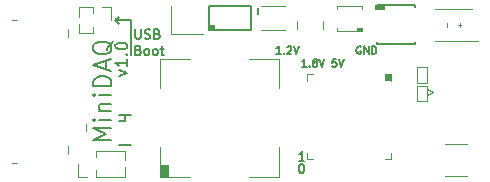
<source format=gbr>
G04 #@! TF.GenerationSoftware,KiCad,Pcbnew,(5.1.6)-1*
G04 #@! TF.CreationDate,2020-09-09T10:35:32-07:00*
G04 #@! TF.ProjectId,MiniDAQ,4d696e69-4441-4512-9e6b-696361645f70,rev?*
G04 #@! TF.SameCoordinates,Original*
G04 #@! TF.FileFunction,Legend,Top*
G04 #@! TF.FilePolarity,Positive*
%FSLAX46Y46*%
G04 Gerber Fmt 4.6, Leading zero omitted, Abs format (unit mm)*
G04 Created by KiCad (PCBNEW (5.1.6)-1) date 2020-09-09 10:35:32*
%MOMM*%
%LPD*%
G01*
G04 APERTURE LIST*
%ADD10C,0.150000*%
%ADD11C,0.200000*%
%ADD12C,0.203200*%
%ADD13C,0.120000*%
%ADD14C,0.100000*%
%ADD15C,0.152400*%
%ADD16C,0.080000*%
G04 APERTURE END LIST*
D10*
X114513590Y-113684300D02*
X114453114Y-113654061D01*
X114362400Y-113654061D01*
X114271685Y-113684300D01*
X114211209Y-113744776D01*
X114180971Y-113805252D01*
X114150733Y-113926204D01*
X114150733Y-114016919D01*
X114180971Y-114137871D01*
X114211209Y-114198347D01*
X114271685Y-114258823D01*
X114362400Y-114289061D01*
X114422876Y-114289061D01*
X114513590Y-114258823D01*
X114543828Y-114228585D01*
X114543828Y-114016919D01*
X114422876Y-114016919D01*
X114815971Y-114289061D02*
X114815971Y-113654061D01*
X115178828Y-114289061D01*
X115178828Y-113654061D01*
X115481209Y-114289061D02*
X115481209Y-113654061D01*
X115632400Y-113654061D01*
X115723114Y-113684300D01*
X115783590Y-113744776D01*
X115813828Y-113805252D01*
X115844066Y-113926204D01*
X115844066Y-114016919D01*
X115813828Y-114137871D01*
X115783590Y-114198347D01*
X115723114Y-114258823D01*
X115632400Y-114289061D01*
X115481209Y-114289061D01*
X112438047Y-114746261D02*
X112135666Y-114746261D01*
X112105428Y-115048642D01*
X112135666Y-115018404D01*
X112196142Y-114988166D01*
X112347333Y-114988166D01*
X112407809Y-115018404D01*
X112438047Y-115048642D01*
X112468285Y-115109119D01*
X112468285Y-115260309D01*
X112438047Y-115320785D01*
X112407809Y-115351023D01*
X112347333Y-115381261D01*
X112196142Y-115381261D01*
X112135666Y-115351023D01*
X112105428Y-115320785D01*
X112649714Y-114746261D02*
X112861380Y-115381261D01*
X113073047Y-114746261D01*
X109931914Y-115381261D02*
X109569057Y-115381261D01*
X109750485Y-115381261D02*
X109750485Y-114746261D01*
X109690009Y-114836976D01*
X109629533Y-114897452D01*
X109569057Y-114927690D01*
X110204057Y-115320785D02*
X110234295Y-115351023D01*
X110204057Y-115381261D01*
X110173819Y-115351023D01*
X110204057Y-115320785D01*
X110204057Y-115381261D01*
X110597152Y-115018404D02*
X110536676Y-114988166D01*
X110506438Y-114957928D01*
X110476200Y-114897452D01*
X110476200Y-114867214D01*
X110506438Y-114806738D01*
X110536676Y-114776500D01*
X110597152Y-114746261D01*
X110718104Y-114746261D01*
X110778580Y-114776500D01*
X110808819Y-114806738D01*
X110839057Y-114867214D01*
X110839057Y-114897452D01*
X110808819Y-114957928D01*
X110778580Y-114988166D01*
X110718104Y-115018404D01*
X110597152Y-115018404D01*
X110536676Y-115048642D01*
X110506438Y-115078880D01*
X110476200Y-115139357D01*
X110476200Y-115260309D01*
X110506438Y-115320785D01*
X110536676Y-115351023D01*
X110597152Y-115381261D01*
X110718104Y-115381261D01*
X110778580Y-115351023D01*
X110808819Y-115320785D01*
X110839057Y-115260309D01*
X110839057Y-115139357D01*
X110808819Y-115078880D01*
X110778580Y-115048642D01*
X110718104Y-115018404D01*
X111020485Y-114746261D02*
X111232152Y-115381261D01*
X111443819Y-114746261D01*
X107747514Y-114289061D02*
X107384657Y-114289061D01*
X107566085Y-114289061D02*
X107566085Y-113654061D01*
X107505609Y-113744776D01*
X107445133Y-113805252D01*
X107384657Y-113835490D01*
X108019657Y-114228585D02*
X108049895Y-114258823D01*
X108019657Y-114289061D01*
X107989419Y-114258823D01*
X108019657Y-114228585D01*
X108019657Y-114289061D01*
X108291800Y-113714538D02*
X108322038Y-113684300D01*
X108382514Y-113654061D01*
X108533704Y-113654061D01*
X108594180Y-113684300D01*
X108624419Y-113714538D01*
X108654657Y-113775014D01*
X108654657Y-113835490D01*
X108624419Y-113926204D01*
X108261561Y-114289061D01*
X108654657Y-114289061D01*
X108836085Y-113654061D02*
X109047752Y-114289061D01*
X109259419Y-113654061D01*
X109739571Y-123355304D02*
X109282428Y-123355304D01*
X109511000Y-123355304D02*
X109511000Y-122555304D01*
X109434809Y-122669590D01*
X109358619Y-122745780D01*
X109282428Y-122783876D01*
X109472904Y-123596704D02*
X109549095Y-123596704D01*
X109625285Y-123634800D01*
X109663380Y-123672895D01*
X109701476Y-123749085D01*
X109739571Y-123901466D01*
X109739571Y-124091942D01*
X109701476Y-124244323D01*
X109663380Y-124320514D01*
X109625285Y-124358609D01*
X109549095Y-124396704D01*
X109472904Y-124396704D01*
X109396714Y-124358609D01*
X109358619Y-124320514D01*
X109320523Y-124244323D01*
X109282428Y-124091942D01*
X109282428Y-123901466D01*
X109320523Y-123749085D01*
X109358619Y-123672895D01*
X109396714Y-123634800D01*
X109472904Y-123596704D01*
D11*
X94082114Y-116141571D02*
X94748780Y-115903476D01*
X94082114Y-115665380D01*
X94748780Y-114760619D02*
X94748780Y-115332047D01*
X94748780Y-115046333D02*
X93748780Y-115046333D01*
X93891638Y-115141571D01*
X93986876Y-115236809D01*
X94034495Y-115332047D01*
X94653542Y-114332047D02*
X94701161Y-114284428D01*
X94748780Y-114332047D01*
X94701161Y-114379666D01*
X94653542Y-114332047D01*
X94748780Y-114332047D01*
X93748780Y-113665380D02*
X93748780Y-113570142D01*
X93796400Y-113474904D01*
X93844019Y-113427285D01*
X93939257Y-113379666D01*
X94129733Y-113332047D01*
X94367828Y-113332047D01*
X94558304Y-113379666D01*
X94653542Y-113427285D01*
X94701161Y-113474904D01*
X94748780Y-113570142D01*
X94748780Y-113665380D01*
X94701161Y-113760619D01*
X94653542Y-113808238D01*
X94558304Y-113855857D01*
X94367828Y-113903476D01*
X94129733Y-113903476D01*
X93939257Y-113855857D01*
X93844019Y-113808238D01*
X93796400Y-113760619D01*
X93748780Y-113665380D01*
X95083800Y-114357400D02*
X95083800Y-111461800D01*
X93712200Y-111461800D02*
X94017000Y-111741200D01*
X93712200Y-111461800D02*
X94017000Y-111182400D01*
X95083800Y-111461800D02*
X93712200Y-111461800D01*
D12*
X93411028Y-121618171D02*
X91887028Y-121618171D01*
X92975600Y-121110171D01*
X91887028Y-120602171D01*
X93411028Y-120602171D01*
X93411028Y-119876457D02*
X92395028Y-119876457D01*
X91887028Y-119876457D02*
X91959600Y-119949028D01*
X92032171Y-119876457D01*
X91959600Y-119803885D01*
X91887028Y-119876457D01*
X92032171Y-119876457D01*
X92395028Y-119150742D02*
X93411028Y-119150742D01*
X92540171Y-119150742D02*
X92467600Y-119078171D01*
X92395028Y-118933028D01*
X92395028Y-118715314D01*
X92467600Y-118570171D01*
X92612742Y-118497600D01*
X93411028Y-118497600D01*
X93411028Y-117771885D02*
X92395028Y-117771885D01*
X91887028Y-117771885D02*
X91959600Y-117844457D01*
X92032171Y-117771885D01*
X91959600Y-117699314D01*
X91887028Y-117771885D01*
X92032171Y-117771885D01*
X93411028Y-117046171D02*
X91887028Y-117046171D01*
X91887028Y-116683314D01*
X91959600Y-116465600D01*
X92104742Y-116320457D01*
X92249885Y-116247885D01*
X92540171Y-116175314D01*
X92757885Y-116175314D01*
X93048171Y-116247885D01*
X93193314Y-116320457D01*
X93338457Y-116465600D01*
X93411028Y-116683314D01*
X93411028Y-117046171D01*
X92975600Y-115594742D02*
X92975600Y-114869028D01*
X93411028Y-115739885D02*
X91887028Y-115231885D01*
X93411028Y-114723885D01*
X93556171Y-113199885D02*
X93483600Y-113345028D01*
X93338457Y-113490171D01*
X93120742Y-113707885D01*
X93048171Y-113853028D01*
X93048171Y-113998171D01*
X93411028Y-113925600D02*
X93338457Y-114070742D01*
X93193314Y-114215885D01*
X92903028Y-114288457D01*
X92395028Y-114288457D01*
X92104742Y-114215885D01*
X91959600Y-114070742D01*
X91887028Y-113925600D01*
X91887028Y-113635314D01*
X91959600Y-113490171D01*
X92104742Y-113345028D01*
X92395028Y-113272457D01*
X92903028Y-113272457D01*
X93193314Y-113345028D01*
X93338457Y-113490171D01*
X93411028Y-113635314D01*
X93411028Y-113925600D01*
D11*
X95429676Y-112203304D02*
X95429676Y-112850923D01*
X95467771Y-112927114D01*
X95505866Y-112965209D01*
X95582057Y-113003304D01*
X95734438Y-113003304D01*
X95810628Y-112965209D01*
X95848723Y-112927114D01*
X95886819Y-112850923D01*
X95886819Y-112203304D01*
X96229676Y-112965209D02*
X96343961Y-113003304D01*
X96534438Y-113003304D01*
X96610628Y-112965209D01*
X96648723Y-112927114D01*
X96686819Y-112850923D01*
X96686819Y-112774733D01*
X96648723Y-112698542D01*
X96610628Y-112660447D01*
X96534438Y-112622352D01*
X96382057Y-112584257D01*
X96305866Y-112546161D01*
X96267771Y-112508066D01*
X96229676Y-112431876D01*
X96229676Y-112355685D01*
X96267771Y-112279495D01*
X96305866Y-112241400D01*
X96382057Y-112203304D01*
X96572533Y-112203304D01*
X96686819Y-112241400D01*
X97296342Y-112584257D02*
X97410628Y-112622352D01*
X97448723Y-112660447D01*
X97486819Y-112736638D01*
X97486819Y-112850923D01*
X97448723Y-112927114D01*
X97410628Y-112965209D01*
X97334438Y-113003304D01*
X97029676Y-113003304D01*
X97029676Y-112203304D01*
X97296342Y-112203304D01*
X97372533Y-112241400D01*
X97410628Y-112279495D01*
X97448723Y-112355685D01*
X97448723Y-112431876D01*
X97410628Y-112508066D01*
X97372533Y-112546161D01*
X97296342Y-112584257D01*
X97029676Y-112584257D01*
X95696342Y-113984257D02*
X95810628Y-114022352D01*
X95848723Y-114060447D01*
X95886819Y-114136638D01*
X95886819Y-114250923D01*
X95848723Y-114327114D01*
X95810628Y-114365209D01*
X95734438Y-114403304D01*
X95429676Y-114403304D01*
X95429676Y-113603304D01*
X95696342Y-113603304D01*
X95772533Y-113641400D01*
X95810628Y-113679495D01*
X95848723Y-113755685D01*
X95848723Y-113831876D01*
X95810628Y-113908066D01*
X95772533Y-113946161D01*
X95696342Y-113984257D01*
X95429676Y-113984257D01*
X96343961Y-114403304D02*
X96267771Y-114365209D01*
X96229676Y-114327114D01*
X96191580Y-114250923D01*
X96191580Y-114022352D01*
X96229676Y-113946161D01*
X96267771Y-113908066D01*
X96343961Y-113869971D01*
X96458247Y-113869971D01*
X96534438Y-113908066D01*
X96572533Y-113946161D01*
X96610628Y-114022352D01*
X96610628Y-114250923D01*
X96572533Y-114327114D01*
X96534438Y-114365209D01*
X96458247Y-114403304D01*
X96343961Y-114403304D01*
X97067771Y-114403304D02*
X96991580Y-114365209D01*
X96953485Y-114327114D01*
X96915390Y-114250923D01*
X96915390Y-114022352D01*
X96953485Y-113946161D01*
X96991580Y-113908066D01*
X97067771Y-113869971D01*
X97182057Y-113869971D01*
X97258247Y-113908066D01*
X97296342Y-113946161D01*
X97334438Y-114022352D01*
X97334438Y-114250923D01*
X97296342Y-114327114D01*
X97258247Y-114365209D01*
X97182057Y-114403304D01*
X97067771Y-114403304D01*
X97563009Y-113869971D02*
X97867771Y-113869971D01*
X97677295Y-113603304D02*
X97677295Y-114289019D01*
X97715390Y-114365209D01*
X97791580Y-114403304D01*
X97867771Y-114403304D01*
D13*
X94559600Y-124713000D02*
X94559600Y-123910530D01*
X94559600Y-123295470D02*
X94559600Y-122493000D01*
X92084600Y-124713000D02*
X94559600Y-124713000D01*
X92084600Y-122493000D02*
X94559600Y-122493000D01*
X92084600Y-124713000D02*
X92084600Y-124166471D01*
X92084600Y-123039529D02*
X92084600Y-122493000D01*
X91324600Y-124713000D02*
X90564600Y-124713000D01*
X90564600Y-124713000D02*
X90564600Y-123603000D01*
X90629600Y-110326400D02*
X90629600Y-111128870D01*
X90629600Y-111743930D02*
X90629600Y-112546400D01*
X91834600Y-110326400D02*
X90629600Y-110326400D01*
X91834600Y-112546400D02*
X90629600Y-112546400D01*
X91834600Y-110326400D02*
X91834600Y-110872929D01*
X91834600Y-111999871D02*
X91834600Y-112546400D01*
X92594600Y-110326400D02*
X93354600Y-110326400D01*
X93354600Y-110326400D02*
X93354600Y-111436400D01*
X100065200Y-124710200D02*
X97565200Y-124710200D01*
X97565200Y-124710200D02*
X97565200Y-122210200D01*
X105065200Y-124710200D02*
X107565200Y-124710200D01*
X107565200Y-124710200D02*
X107565200Y-122210200D01*
X105065200Y-114710200D02*
X107565200Y-114710200D01*
X107565200Y-114710200D02*
X107565200Y-117210200D01*
X100065200Y-114710200D02*
X97565200Y-114710200D01*
X97565200Y-114710200D02*
X97565200Y-117210200D01*
D14*
G36*
X98165200Y-123710200D02*
G01*
X98165200Y-124710200D01*
X97565200Y-124710200D01*
X97565200Y-123710200D01*
X98165200Y-123710200D01*
G37*
X98165200Y-123710200D02*
X98165200Y-124710200D01*
X97565200Y-124710200D01*
X97565200Y-123710200D01*
X98165200Y-123710200D01*
D13*
X120124800Y-116728000D02*
X119244800Y-116728000D01*
X119244800Y-116728000D02*
X119244800Y-115428000D01*
X119244800Y-115428000D02*
X120124800Y-115428000D01*
X120124800Y-115428000D02*
X120124800Y-116728000D01*
X120124800Y-118302800D02*
X119244800Y-118302800D01*
X119244800Y-118302800D02*
X119244800Y-117002800D01*
X119244800Y-117002800D02*
X120124800Y-117002800D01*
X120124800Y-117002800D02*
X120124800Y-118302800D01*
X123977200Y-113216600D02*
X120777200Y-113216600D01*
X123977200Y-110506600D02*
X120777200Y-110506600D01*
X123977200Y-113216600D02*
X124472200Y-113216600D01*
D14*
X111361400Y-111541600D02*
X111361400Y-112181600D01*
X109161400Y-111541600D02*
X109161400Y-112181600D01*
D15*
X119138600Y-110344459D02*
X119138600Y-110179400D01*
X115887400Y-113265541D02*
X115887400Y-113430600D01*
X115887400Y-110179400D02*
X115887400Y-110344459D01*
X119138600Y-110179400D02*
X115887400Y-110179400D01*
X119138600Y-113430600D02*
X119138600Y-113265541D01*
X115887400Y-113430600D02*
X119138600Y-113430600D01*
D14*
G36*
X116522400Y-110535000D02*
G01*
X115684200Y-110535000D01*
X115684200Y-110179400D01*
X116522400Y-110179400D01*
X116522400Y-110535000D01*
G37*
X116522400Y-110535000D02*
X115684200Y-110535000D01*
X115684200Y-110179400D01*
X116522400Y-110179400D01*
X116522400Y-110535000D01*
D10*
X95089600Y-119501600D02*
X94089600Y-119501600D01*
X94089600Y-122001600D02*
X95089600Y-122001600D01*
X94089600Y-120001600D02*
X94589600Y-120001600D01*
X94589600Y-120001600D02*
X94589600Y-119501600D01*
D13*
X98446600Y-112579800D02*
X101146600Y-112579800D01*
X98446600Y-110279800D02*
X98446600Y-112579800D01*
D10*
X101699600Y-110277400D02*
X101699600Y-112277400D01*
X101699600Y-112277400D02*
X105259600Y-112277400D01*
X105259600Y-112277400D02*
X105259600Y-110277400D01*
X105259600Y-110277400D02*
X101699600Y-110277400D01*
D14*
G36*
X102079600Y-112277400D02*
G01*
X101779600Y-112277400D01*
X101779600Y-111877400D01*
X102079600Y-111877400D01*
X102079600Y-112277400D01*
G37*
X102079600Y-112277400D02*
X101779600Y-112277400D01*
X101779600Y-111877400D01*
X102079600Y-111877400D01*
X102079600Y-112277400D01*
X114588000Y-110522800D02*
X114588000Y-110252800D01*
X114588000Y-110252800D02*
X112488000Y-110252800D01*
X112488000Y-110252800D02*
X112488000Y-110522800D01*
X114588000Y-112082800D02*
X114588000Y-112352800D01*
X114588000Y-112352800D02*
X112488000Y-112352800D01*
X112488000Y-112352800D02*
X112488000Y-112082800D01*
G36*
X114588000Y-112082800D02*
G01*
X114588000Y-112352800D01*
X114238000Y-112344200D01*
X114238000Y-112090200D01*
X114588000Y-112082800D01*
G37*
X114588000Y-112082800D02*
X114588000Y-112352800D01*
X114238000Y-112344200D01*
X114238000Y-112090200D01*
X114588000Y-112082800D01*
X106111800Y-110277400D02*
X108111800Y-110277400D01*
X106111800Y-112277400D02*
X108111800Y-112277400D01*
D10*
X105811800Y-110877400D02*
X105811800Y-110377400D01*
D13*
X116598000Y-116028600D02*
X117118000Y-116028600D01*
X117118000Y-116028600D02*
X117118000Y-116548600D01*
X110478000Y-116028600D02*
X109958000Y-116028600D01*
X109958000Y-116028600D02*
X109958000Y-116548600D01*
X110478000Y-123188600D02*
X109958000Y-123188600D01*
X109958000Y-123188600D02*
X109958000Y-122668600D01*
X116598000Y-123188600D02*
X117118000Y-123188600D01*
X117118000Y-123188600D02*
X117118000Y-122668600D01*
D10*
G36*
X117038000Y-116508600D02*
G01*
X116638000Y-116508600D01*
X116638000Y-116108600D01*
X117038000Y-116108600D01*
X117038000Y-116508600D01*
G37*
X117038000Y-116508600D02*
X116638000Y-116508600D01*
X116638000Y-116108600D01*
X117038000Y-116108600D01*
X117038000Y-116508600D01*
D14*
X121665800Y-121890800D02*
X123545800Y-121890800D01*
X121665800Y-124590800D02*
X123545800Y-124590800D01*
D13*
X120125200Y-117750400D02*
X120625200Y-117500400D01*
X120125200Y-117250400D02*
X120125200Y-117750400D01*
X120625200Y-117500400D02*
X120125200Y-117250400D01*
X89766200Y-122110000D02*
X89766200Y-122790000D01*
X85026200Y-123560000D02*
X85426200Y-123560000D01*
X85026200Y-111440000D02*
X85426200Y-111440000D01*
X89766200Y-112890000D02*
X89766200Y-112210000D01*
X91276200Y-120200000D02*
X91276200Y-120800000D01*
D16*
X121780771Y-112013980D02*
X121780771Y-111709219D01*
X122880771Y-112013980D02*
X122880771Y-111709219D01*
X123033152Y-111861600D02*
X122728390Y-111861600D01*
M02*

</source>
